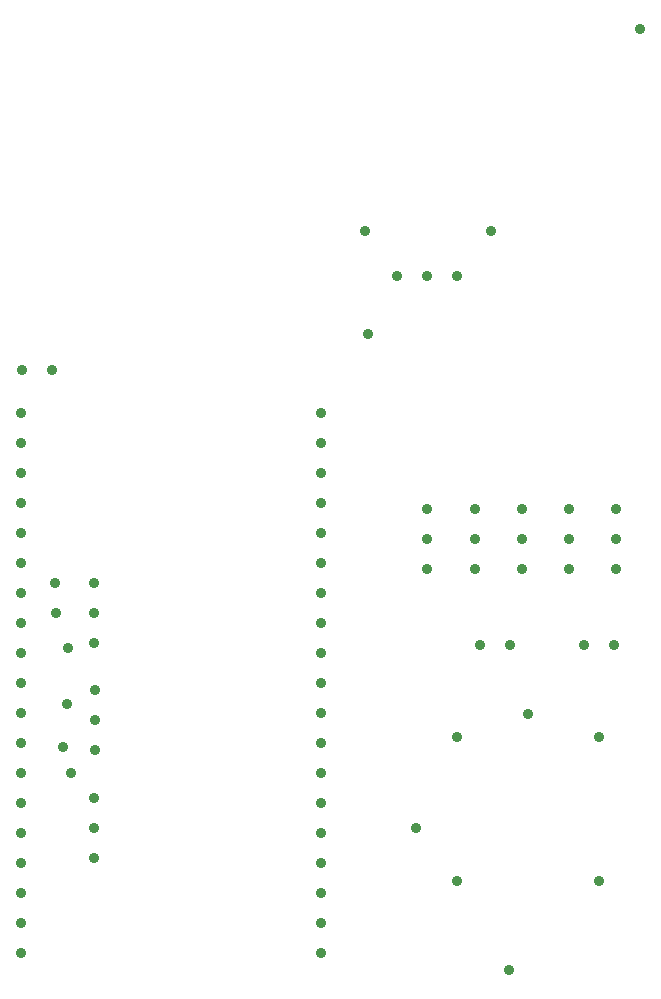
<source format=gbr>
%TF.GenerationSoftware,Altium Limited,Altium Designer,24.8.2 (39)*%
G04 Layer_Color=0*
%FSLAX42Y42*%
%MOMM*%
%TF.SameCoordinates,BB747903-394C-41F1-A4B2-47FFA63BDE77*%
%TF.FilePolarity,Positive*%
%TF.FileFunction,Plated,1,2,PTH,Drill*%
%TF.Part,Single*%
G01*
G75*
%TA.AperFunction,ComponentDrill*%
%ADD33C,0.90*%
%ADD34C,0.90*%
%TA.AperFunction,ViaDrill,NotFilled*%
%ADD35C,0.90*%
D33*
X880Y1350D02*
D03*
X4100Y4054D02*
D03*
X3700D02*
D03*
X5300D02*
D03*
X4500D02*
D03*
X4900D02*
D03*
X4550Y2320D02*
D03*
X5150Y2120D02*
D03*
X3950D02*
D03*
X5150Y900D02*
D03*
X3950D02*
D03*
X880Y1604D02*
D03*
Y1096D02*
D03*
X890Y2518D02*
D03*
Y2264D02*
D03*
Y2010D02*
D03*
X880Y3428D02*
D03*
Y3174D02*
D03*
Y2920D02*
D03*
X4900Y3800D02*
D03*
Y3546D02*
D03*
X5300Y3800D02*
D03*
Y3546D02*
D03*
X4500Y3800D02*
D03*
Y3546D02*
D03*
X4100Y3800D02*
D03*
Y3546D02*
D03*
X3700Y3800D02*
D03*
Y3546D02*
D03*
D34*
X2800Y4864D02*
D03*
Y4610D02*
D03*
Y4356D02*
D03*
Y4102D02*
D03*
Y3848D02*
D03*
Y3594D02*
D03*
Y3340D02*
D03*
Y3086D02*
D03*
Y2832D02*
D03*
Y2578D02*
D03*
Y2324D02*
D03*
Y2070D02*
D03*
Y1816D02*
D03*
Y1562D02*
D03*
Y1308D02*
D03*
Y1054D02*
D03*
Y800D02*
D03*
Y546D02*
D03*
Y292D02*
D03*
X260D02*
D03*
Y546D02*
D03*
Y800D02*
D03*
Y1054D02*
D03*
Y1308D02*
D03*
Y1562D02*
D03*
Y1816D02*
D03*
Y2070D02*
D03*
Y2324D02*
D03*
Y2578D02*
D03*
Y2832D02*
D03*
Y3086D02*
D03*
Y3340D02*
D03*
Y3594D02*
D03*
Y3848D02*
D03*
Y4102D02*
D03*
Y4356D02*
D03*
Y4610D02*
D03*
Y4864D02*
D03*
X5277Y2900D02*
D03*
X5023D02*
D03*
X3441Y6022D02*
D03*
X3695D02*
D03*
X3949D02*
D03*
X4146Y2900D02*
D03*
X4400D02*
D03*
X520Y5228D02*
D03*
X266D02*
D03*
D35*
X3173Y6403D02*
D03*
X618Y2033D02*
D03*
X682Y1817D02*
D03*
X650Y2402D02*
D03*
X560Y3173D02*
D03*
X657Y2872D02*
D03*
X550Y3428D02*
D03*
X3195Y5535D02*
D03*
X3600Y1355D02*
D03*
X4388Y150D02*
D03*
X5500Y8118D02*
D03*
X4235Y6407D02*
D03*
%TF.MD5,3552b01378bef58e7d1f35290b8d9a5a*%
M02*

</source>
